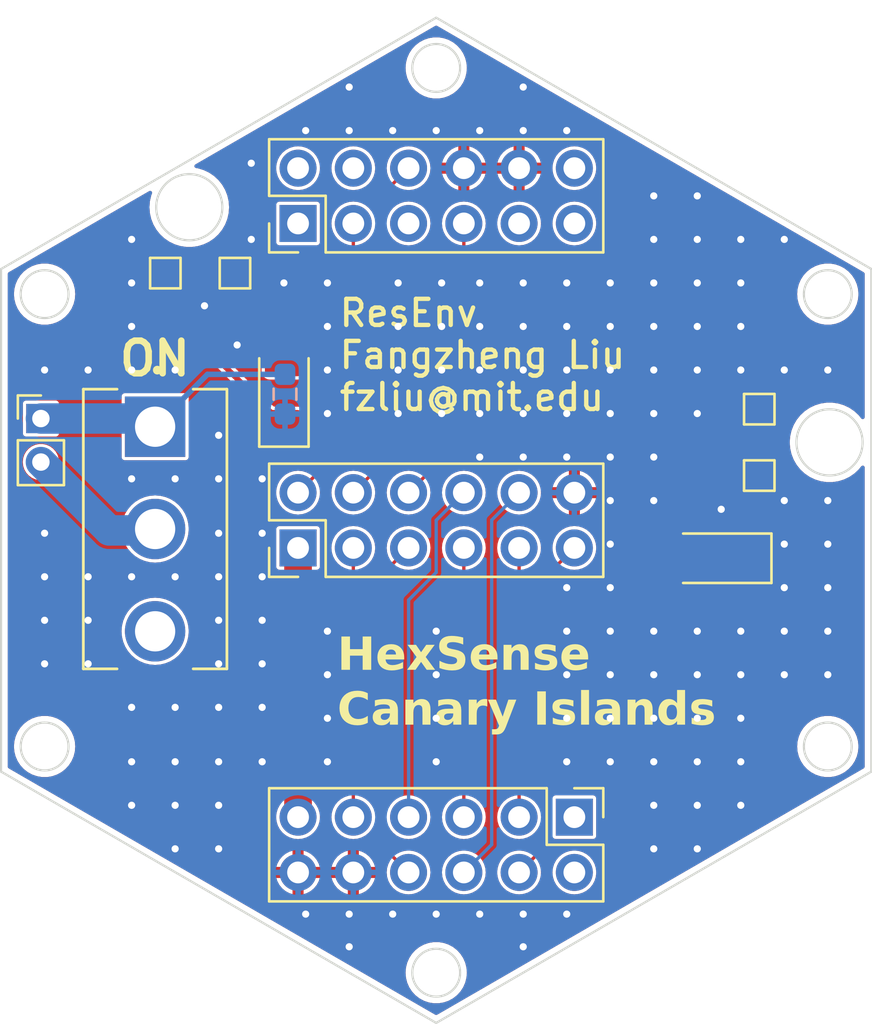
<source format=kicad_pcb>
(kicad_pcb (version 20240108) (generator "pcbnew") (generator_version "8.0")
  (layers (0 "F.Cu" signal) (31 "B.Cu" signal) (34 "B.Paste" user) (35 "F.Paste" user) (36 "B.SilkS" user "B.Silkscreen") (37 "F.SilkS" user "F.Silkscreen") (38 "B.Mask" user) (39 "F.Mask" user) (44 "Edge.Cuts" user))
  (net 0 "")
  (net 1 "GND")
  (net 2 "Net-(J10-Pin_1)")
  (net 3 "+5V")
  (net 4 "/D8")
  (net 5 "/A5")
  (net 6 "/VBAT")
  (net 7 "/RXD")
  (net 8 "/BURN_EN")
  (net 9 "/A3")
  (net 10 "/SDA")
  (net 11 "/SCL")
  (net 12 "/A2")
  (net 13 "/D12")
  (net 15 "/BAT_BR")
  (net 16 "/D10")
  (net 17 "/MOSI")
  (net 18 "/D1")
  (net 19 "/SCK")
  (net 20 "/D3")
  (net 21 "/D2")
  (net 22 "/A4")
  (net 23 "/MISO")
  (net 24 "Net-(J10-Pin_2)")
  (net 25 "Net-(D1-K)")
  (net 26 "Net-(D1-A)")
  (net 27 "Net-(D2-K)")
  (net 28 "Net-(D2-A)")
  (footprint "TestPoint:TestPoint_Pad_1.0x1.0mm" (layer "F.Cu") (at 165.01 98.048621)
    (property "Reference" "TP1" (hide yes))
    (property "Value" "TestPoint")
    (fp_line (start -0.7 -0.7) (end 0.7 -0.7) (stroke (width 0.12)) (layer "F.SilkS"))
    (fp_line (start -0.7 0.7) (end -0.7 -0.7) (stroke (width 0.12)) (layer "F.SilkS"))
    (fp_line (start 0.7 -0.7) (end 0.7 0.7) (stroke (width 0.12)) (layer "F.SilkS"))
    (fp_line (start 0.7 0.7) (end -0.7 0.7) (stroke (width 0.12)) (layer "F.SilkS"))
    (pad "1" smd rect (at 0 0) (size 1 1) (layers "F.Cu" "F.Mask") (net 25 "Net-(D1-K)"))
  )
  (footprint "LED_SMD:LED_1206_3216Metric_Pad1.42x1.75mm_HandSolder" (layer "F.Cu") (at 143.16 94.261121 90)
    (property "Reference" "D2" (hide yes))
    (property "Value" "LED")
    (fp_line (start 1.6 -1.135) (end -2.46 -1.135) (stroke (width 0.12)) (layer "F.SilkS"))
    (fp_line (start -2.46 -1.135) (end -2.46 1.135) (stroke (width 0.12)) (layer "F.SilkS"))
    (fp_line (start -2.46 1.135) (end 1.6 1.135) (stroke (width 0.12)) (layer "F.SilkS"))
    (pad "1" smd roundrect (at -1.4875 0 90) (size 1.425 1.75) (layers "F.Cu" "F.Paste" "F.Mask") (roundrect_rratio 0.1754392982) (net 27 "Net-(D2-K)"))
    (pad "2" smd roundrect (at 1.4875 0 90) (size 1.425 1.75) (layers "F.Cu" "F.Paste" "F.Mask") (roundrect_rratio 0.1754392982) (net 28 "Net-(D2-A)"))
  )
  (footprint "Connector_PinHeader_2.00mm:PinHeader_1x02_P2.00mm_Vertical" (layer "F.Cu") (at 131.99 95.428621)
    (property "Reference" "J10" (hide yes))
    (property "Value" "Switch" (hide yes))
    (fp_line (start -1.06 -1.06) (end 0 -1.06) (stroke (width 0.12)) (layer "F.SilkS"))
    (fp_line (start -1.06 0) (end -1.06 -1.06) (stroke (width 0.12)) (layer "F.SilkS"))
    (fp_line (start -1.06 1) (end -1.06 3.06) (stroke (width 0.12)) (layer "F.SilkS"))
    (fp_line (start -1.06 1) (end 1.06 1) (stroke (width 0.12)) (layer "F.SilkS"))
    (fp_line (start -1.06 3.06) (end 1.06 3.06) (stroke (width 0.12)) (layer "F.SilkS"))
    (fp_line (start 1.06 1) (end 1.06 3.06) (stroke (width 0.12)) (layer "F.SilkS"))
    (pad "1" thru_hole rect (at 0 0) (size 1.35 1.35) (drill 0.8) (layers "*.Cu" "*.Mask") (net 2 "Net-(J10-Pin_1)"))
    (pad "2" thru_hole oval (at 0 2) (size 1.35 1.35) (drill 0.8) (layers "*.Cu" "*.Mask") (net 24 "Net-(J10-Pin_2)"))
  )
  (footprint "Connector_PinHeader_2.54mm:PinHeader_2x06_P2.54mm_Vertical" (layer "F.Cu") (at 143.81 86.465599 90)
    (property "Reference" "J1" (hide yes))
    (property "Value" "Conn_02x06_Odd_Even" (hide yes))
    (fp_line (start 3.87 -1.33) (end 3.87 14.03) (stroke (width 0.12)) (layer "F.SilkS"))
    (fp_line (start 1.27 -1.33) (end 3.87 -1.33) (stroke (width 0.12)) (layer "F.SilkS"))
    (fp_line (start -1.33 -1.33) (end 0 -1.33) (stroke (width 0.12)) (layer "F.SilkS"))
    (fp_line (start -1.33 0) (end -1.33 -1.33) (stroke (width 0.12)) (layer "F.SilkS"))
    (fp_line (start 1.27 1.27) (end 1.27 -1.33) (stroke (width 0.12)) (layer "F.SilkS"))
    (fp_line (start -1.33 1.27) (end 1.27 1.27) (stroke (width 0.12)) (layer "F.SilkS"))
    (fp_line (start -1.33 1.27) (end -1.33 14.03) (stroke (width 0.12)) (layer "F.SilkS"))
    (fp_line (start -1.33 14.03) (end 3.87 14.03) (stroke (width 0.12)) (layer "F.SilkS"))
    (pad "1" thru_hole rect (at 0 0 90) (size 1.7 1.7) (drill 1) (layers "*.Cu" "*.Mask") (net 6 "/VBAT"))
    (pad "2" thru_hole oval (at 2.54 0 90) (size 1.7 1.7) (drill 1) (layers "*.Cu" "*.Mask") (net 4 "/D8"))
    (pad "3" thru_hole oval (at 0 2.54 90) (size 1.7 1.7) (drill 1) (layers "*.Cu" "*.Mask") (net 5 "/A5"))
    (pad "4" thru_hole oval (at 2.54 2.54 90) (size 1.7 1.7) (drill 1) (layers "*.Cu" "*.Mask") (net 9 "/A3"))
    (pad "5" thru_hole oval (at 0 5.08 90) (size 1.7 1.7) (drill 1) (layers "*.Cu" "*.Mask") (net 3 "+5V"))
    (pad "6" thru_hole oval (at 2.54 5.08 90) (size 1.7 1.7) (drill 1) (layers "*.Cu" "*.Mask") (net 12 "/A2"))
    (pad "7" thru_hole oval (at 0 7.62 90) (size 1.7 1.7) (drill 1) (layers "*.Cu" "*.Mask") (net 7 "/RXD"))
    (pad "8" thru_hole oval (at 2.54 7.62 90) (size 1.7 1.7) (drill 1) (layers "*.Cu" "*.Mask") (net 1 "GND"))
    (pad "9" thru_hole oval (at 0 10.16 90) (size 1.7 1.7) (drill 1) (layers "*.Cu" "*.Mask") (net 8 "/BURN_EN"))
    (pad "10" thru_hole oval (at 2.54 10.16 90) (size 1.7 1.7) (drill 1) (layers "*.Cu" "*.Mask") (net 1 "GND"))
    (pad "11" thru_hole oval (at 0 12.7 90) (size 1.7 1.7) (drill 1) (layers "*.Cu" "*.Mask") (net 10 "/SDA"))
    (pad "12" thru_hole oval (at 2.54 12.7 90) (size 1.7 1.7) (drill 1) (layers "*.Cu" "*.Mask") (net 11 "/SCL"))
  )
  (footprint "Mylib:SW_500SSP1S2M2QEA" (layer "F.Cu") (at 137.24 100.50461 -90)
    (property "Reference" "S1" (hide yes))
    (property "Value" "500SSP1S2M2QEA")
    (fp_line (start -6.425 3.3) (end -6.425 1.75) (stroke (width 0.127)) (layer "F.SilkS"))
    (fp_line (start 6.425 3.3) (end -6.425 3.3) (stroke (width 0.127)) (layer "F.SilkS"))
    (fp_line (start 6.425 1.75) (end 6.425 3.3) (stroke (width 0.127)) (layer "F.SilkS"))
    (fp_line (start -6.425 -1.75) (end -6.425 -3.3) (stroke (width 0.127)) (layer "F.SilkS"))
    (fp_line (start -6.425 -3.3) (end 6.425 -3.3) (stroke (width 0.127)) (layer "F.SilkS"))
    (fp_line (start 6.425 -3.3) (end 6.425 -1.75) (stroke (width 0.127)) (layer "F.SilkS"))
    (fp_circle (center -7.3 -0.1) (end -7.2 -0.1) (stroke (width 0.2)) (fill none) (layer "F.SilkS"))
    (pad "1" thru_hole rect (at -4.7 0 270) (size 2.775 2.775) (drill 1.85) (layers "*.Cu" "*.Mask") (net 2 "Net-(J10-Pin_1)"))
    (pad "2" thru_hole circle (at 0 0 270) (size 2.775 2.775) (drill 1.85) (layers "*.Cu" "*.Mask") (net 24 "Net-(J10-Pin_2)"))
    (pad "3" thru_hole circle (at 4.7 0 270) (size 2.775 2.775) (drill 1.85) (layers "*.Cu" "*.Mask"))
  )
  (footprint "LED_SMD:LED_1206_3216Metric_Pad1.42x1.75mm_HandSolder" (layer "F.Cu") (at 163.11 101.848621 180)
    (property "Reference" "D1" (hide yes))
    (property "Value" "LED")
    (fp_line (start 1.6 -1.135) (end -2.46 -1.135) (stroke (width 0.12)) (layer "F.SilkS"))
    (fp_line (start -2.46 1.135) (end 1.6 1.135) (stroke (width 0.12)) (layer "F.SilkS"))
    (fp_line (start -2.46 -1.135) (end -2.46 1.135) (stroke (width 0.12)) (layer "F.SilkS"))
    (pad "1" smd roundrect (at -1.4875 0 180) (size 1.425 1.75) (layers "F.Cu" "F.Paste" "F.Mask") (roundrect_rratio 0.1754392982) (net 25 "Net-(D1-K)"))
    (pad "2" smd roundrect (at 1.4875 0 180) (size 1.425 1.75) (layers "F.Cu" "F.Paste" "F.Mask") (roundrect_rratio 0.1754392982) (net 26 "Net-(D1-A)"))
  )
  (footprint "Connector_PinHeader_2.54mm:PinHeader_2x06_P2.54mm_Vertical" (layer "F.Cu") (at 156.51 113.743621 -90)
    (property "Reference" "J2" (hide yes))
    (property "Value" "Conn_02x06_Odd_Even" (hide yes))
    (fp_line (start -1.33 14.03) (end 3.87 14.03) (stroke (width 0.12)) (layer "F.SilkS"))
    (fp_line (start -1.33 1.27) (end -1.33 14.03) (stroke (width 0.12)) (layer "F.SilkS"))
    (fp_line (start -1.33 1.27) (end 1.27 1.27) (stroke (width 0.12)) (layer "F.SilkS"))
    (fp_line (start 1.27 1.27) (end 1.27 -1.33) (stroke (width 0.12)) (layer "F.SilkS"))
    (fp_line (start -1.33 0) (end -1.33 -1.33) (stroke (width 0.12)) (layer "F.SilkS"))
    (fp_line (start -1.33 -1.33) (end 0 -1.33) (stroke (width 0.12)) (layer "F.SilkS"))
    (fp_line (start 1.27 -1.33) (end 3.87 -1.33) (stroke (width 0.12)) (layer "F.SilkS"))
    (fp_line (start 3.87 -1.33) (end 3.87 14.03) (stroke (width 0.12)) (layer "F.SilkS"))
    (pad "1" thru_hole rect (at 0 0 270) (size 1.7 1.7) (drill 1) (layers "*.Cu" "*.Mask") (net 13 "/D12"))
    (pad "2" thru_hole oval (at 2.54 0 270) (size 1.7 1.7) (drill 1) (layers "*.Cu" "*.Mask") (net 16 "/D10"))
    (pad "3" thru_hole oval (at 0 2.54 270) (size 1.7 1.7) (drill 1) (layers "*.Cu" "*.Mask") (net 17 "/MOSI"))
    (pad "4" thru_hole oval (at 2.54 2.54 270) (size 1.7 1.7) (drill 1) (layers "*.Cu" "*.Mask") (net 18 "/D1"))
    (pad "5" thru_hole oval (at 0 5.08 270) (size 1.7 1.7) (drill 1) (layers "*.Cu" "*.Mask") (net 19 "/SCK"))
    (pad "6" thru_hole oval (at 2.54 5.08 270) (size 1.7 1.7) (drill 1) (layers "*.Cu" "*.Mask") (net 20 "/D3"))
    (pad "7" thru_hole oval (at 0 7.62 270) (size 1.7 1.7) (drill 1) (layers "*.Cu" "*.Mask") (net 21 "/D2"))
    (pad "8" thru_hole oval (at 2.54 7.62 270) (size 1.7 1.7) (drill 1) (layers "*.Cu" "*.Mask") (net 22 "/A4"))
    (pad "9" thru_hole oval (at 0 10.16 270) (size 1.7 1.7) (drill 1) (layers "*.Cu" "*.Mask") (net 23 "/MISO"))
    (pad "10" thru_hole oval (at 2.54 10.16 270) (size 1.7 1.7) (drill 1) (layers "*.Cu" "*.Mask") (net 1 "GND"))
    (pad "11" thru_hole oval (at 0 12.7 270) (size 1.7 1.7) (drill 1) (layers "*.Cu" "*.Mask") (net 15 "/BAT_BR"))
    (pad "12" thru_hole oval (at 2.54 12.7 270) (size 1.7 1.7) (drill 1) (layers "*.Cu" "*.Mask") (net 1 "GND"))
  )
  (footprint "TestPoint:TestPoint_Pad_1.0x1.0mm" (layer "F.Cu") (at 140.91 88.748621)
    (property "Reference" "TP4" (hide yes))
    (property "Value" "TestPoint")
    (fp_line (start -0.7 -0.7) (end 0.7 -0.7) (stroke (width 0.12)) (layer "F.SilkS"))
    (fp_line (start -0.7 0.7) (end -0.7 -0.7) (stroke (width 0.12)) (layer "F.SilkS"))
    (fp_line (start 0.7 -0.7) (end 0.7 0.7) (stroke (width 0.12)) (layer "F.SilkS"))
    (fp_line (start 0.7 0.7) (end -0.7 0.7) (stroke (width 0.12)) (layer "F.SilkS"))
    (pad "1" smd rect (at 0 0) (size 1 1) (layers "F.Cu" "F.Mask") (net 28 "Net-(D2-A)"))
  )
  (footprint "TestPoint:TestPoint_Pad_1.0x1.0mm" (layer "F.Cu") (at 137.71 88.748621)
    (property "Reference" "TP3" (hide yes))
    (property "Value" "TestPoint")
    (fp_line (start -0.7 -0.7) (end 0.7 -0.7) (stroke (width 0.12)) (layer "F.SilkS"))
    (fp_line (start -0.7 0.7) (end -0.7 -0.7) (stroke (width 0.12)) (layer "F.SilkS"))
    (fp_line (start 0.7 -0.7) (end 0.7 0.7) (stroke (width 0.12)) (layer "F.SilkS"))
    (fp_line (start 0.7 0.7) (end -0.7 0.7) (stroke (width 0.12)) (layer "F.SilkS"))
    (pad "1" smd rect (at 0 0) (size 1 1) (layers "F.Cu" "F.Mask") (net 27 "Net-(D2-K)"))
  )
  (footprint "TestPoint:TestPoint_Pad_1.0x1.0mm" (layer "F.Cu") (at 165.01 94.998621)
    (property "Reference" "TP2" (hide yes))
    (property "Value" "TestPoint")
    (fp_line (start -0.7 -0.7) (end 0.7 -0.7) (stroke (width 0.12)) (layer "F.SilkS"))
    (fp_line (start -0.7 0.7) (end -0.7 -0.7) (stroke (width 0.12)) (layer "F.SilkS"))
    (fp_line (start 0.7 -0.7) (end 0.7 0.7) (stroke (width 0.12)) (layer "F.SilkS"))
    (fp_line (start 0.7 0.7) (end -0.7 0.7) (stroke (width 0.12)) (layer "F.SilkS"))
    (pad "1" smd rect (at 0 0) (size 1 1) (layers "F.Cu" "F.Mask") (net 26 "Net-(D1-A)"))
  )
  (footprint "Connector_PinHeader_2.54mm:PinHeader_2x06_P2.54mm_Vertical" (layer "F.Cu") (at 143.81 101.373621 90)
    (property "Reference" "J3" (hide yes))
    (property "Value" "Conn_02x06_Odd_Even")
    (fp_line (start 3.87 -1.33) (end 3.87 14.03) (stroke (width 0.12)) (layer "F.SilkS"))
    (fp_line (start 1.27 -1.33) (end 3.87 -1.33) (stroke (width 0.12)) (layer "F.SilkS"))
    (fp_line (start -1.33 -1.33) (end 0 -1.33) (stroke (width 0.12)) (layer "F.SilkS"))
    (fp_line (start -1.33 0) (end -1.33 -1.33) (stroke (width 0.12)) (layer "F.SilkS"))
    (fp_line (start 1.27 1.27) (end 1.27 -1.33) (stroke (width 0.12)) (layer "F.SilkS"))
    (fp_line (start -1.33 1.27) (end 1.27 1.27) (stroke (width 0.12)) (layer "F.SilkS"))
    (fp_line (start -1.33 1.27) (end -1.33 14.03) (stroke (width 0.12)) (layer "F.SilkS"))
    (fp_line (start -1.33 14.03) (end 3.87 14.03) (stroke (width 0.12)) (layer "F.SilkS"))
    (pad "1" thru_hole rect (at 0 0 90) (size 1.7 1.7) (drill 1) (layers "*.Cu" "*.Mask") (net 15 "/BAT_BR"))
    (pad "2" thru_hole oval (at 2.54 0 90) (size 1.7 1.7) (drill 1) (layers "*.Cu" "*.Mask") (net 5 "/A5"))
    (pad "3" thru_hole oval (at 0 2.54 90) (size 1.7 1.7) (drill 1) (layers "*.Cu" "*.Mask") (net 23 "/MISO"))
    (pad "4" thru_hole oval (at 2.54 2.54 90) (size 1.7 1.7) (drill 1) (layers "*.Cu" "*.Mask") (net 12 "/A2"))
    (pad "5" thru_hole oval (at 0 5.08 90) (size 1.7 1.7) (drill 1) (layers "*.Cu" "*.Mask") (net 22 "/A4"))
    (pad "6" thru_hole oval (at 2.54 5.08 90) (size 1.7 1.7) (drill 1) (layers "*.Cu" "*.Mask") (net 7 "/RXD"))
    (pad "7" thru_hole oval (at 0 7.62 90) (size 1.7 1.7) (drill 1) (layers "*.Cu" "*.Mask") (net 19 "/SCK"))
    (pad "8" thru_hole oval (at 2.54 7.62 90) (size 1.7 1.7) (drill 1) (layers "*.Cu" "*.Mask") (net 21 "/D2"))
    (pad "9" thru_hole oval (at 0 10.16 90) (size 1.7 1.7) (drill 1) (layers "*.Cu" "*.Mask") (net 17 "/MOSI"))
    (pad "10" thru_hole oval (at 2.54 10.16 90) (size 1.7 1.7) (drill 1) (layers "*.Cu" "*.Mask") (net 20 "/D3"))
    (pad "11" thru_hole oval (at 0 12.7 90) (size 1.7 1.7) (drill 1) (layers "*.Cu" "*.Mask") (net 18 "/D1"))
    (pad "12" thru_hole oval (at 2.54 12.7 90) (size 1.7 1.7) (drill 1) (layers "*.Cu" "*.Mask") (net 1 "GND"))
  )
  (footprint "Resistor_SMD:R_0603_1608Metric_Pad0.98x0.95mm_HandSolder" (layer "B.Cu") (at 143.21 94.311121 -90)
    (property "Reference" "R1" (hide yes))
    (property "Value" "1M")
    (fp_line (start -0.254724 0.5225) (end 0.254724 0.5225) (stroke (width 0.12)) (layer "B.SilkS"))
    (fp_line (start -0.254724 -0.5225) (end 0.254724 -0.5225) (stroke (width 0.12)) (layer "B.SilkS"))
    (pad "1" smd roundrect (at -0.9125 0 270) (size 0.975 0.95) (layers "B.Cu" "B.Paste" "B.Mask") (net 2 "Net-(J10-Pin_1)"))
    (pad "2" smd roundrect (at 0.9125 0 270) (size 0.975 0.95) (layers "B.Cu" "B.Paste" "B.Mask") (net 1 "GND"))
  )
  (gr_line (start 130.16 88.557605) (end 130.16 111.651615) (stroke (width 0.1)) (layer "Edge.Cuts"))
  (gr_circle (center 168.16 110.496915) (end 169.26 110.496915) (stroke (width 0.1)) (fill none) (layer "Edge.Cuts"))
  (gr_circle (center 138.81 85.719311) (end 139.06 84.219311) (stroke (width 0.1)) (fill none) (layer "Edge.Cuts"))
  (gr_line (start 130.16 111.651615) (end 150.16 123.198621) (stroke (width 0.1)) (layer "Edge.Cuts"))
  (gr_circle (center 168.16 89.712305) (end 169.26 89.712305) (stroke (width 0.1)) (fill none) (layer "Edge.Cuts"))
  (gr_circle (center 132.16 89.712305) (end 133.26 89.712305) (stroke (width 0.1)) (fill none) (layer "Edge.Cuts"))
  (gr_line (start 150.16 77.010599) (end 130.16 88.557605) (stroke (width 0.1)) (layer "Edge.Cuts"))
  (gr_line (start 170.16 88.557605) (end 150.16 77.010599) (stroke (width 0.1)) (layer "Edge.Cuts"))
  (gr_circle (center 168.23931 96.523621) (end 168.48931 95.023621) (stroke (width 0.1)) (fill none) (layer "Edge.Cuts"))
  (gr_circle (center 150.16 79.32) (end 151.26 79.32) (stroke (width 0.1)) (fill none) (layer "Edge.Cuts"))
  (gr_circle (center 150.16 120.88922) (end 151.26 120.88922) (stroke (width 0.1)) (fill none) (layer "Edge.Cuts"))
  (gr_line (start 170.16 111.651615) (end 170.16 88.557605) (stroke (width 0.1)) (layer "Edge.Cuts"))
  (gr_line (start 150.16 123.198621) (end 170.16 111.651615) (stroke (width 0.1)) (layer "Edge.Cuts"))
  (gr_circle (center 132.16 110.496915) (end 133.26 110.496915) (stroke (width 0.1)) (fill none) (layer "Edge.Cuts"))
  (gr_text "ResEnv\nFangzheng Liu\nfzliu@mit.edu" (at 145.61 95.148621 0) (layer "F.SilkS") (effects (font (size 1.2 1.2) (thickness 0.2) (bold yes)) (justify left bottom)))
  (gr_text "ON" (at 135.46 93.548621 0) (layer "F.SilkS") (effects (font (size 1.5 1.5) (thickness 0.3) (bold yes)) (justify left bottom)))
  (gr_text "HexSense\nCanary Islands" (at 145.61 109.748621 0) (layer "F.SilkS") (effects (font (size 1.5 1.5) (thickness 0.2) (bold yes)) (justify left bottom)))
  (via (at 150.41 91.198621) (size 0.6604) (drill 0.3302) (layers "F.Cu" "B.Cu") (net 1))
  (via (at 158.16 97.198621) (size 0.6604) (drill 0.3302) (layers "F.Cu" "B.Cu") (net 1))
  (via (at 142.16 100.698621) (size 0.6604) (drill 0.3302) (layers "F.Cu" "B.Cu") (net 1))
  (via (at 152.16 118.198621) (size 0.6604) (drill 0.3302) (layers "F.Cu" "B.Cu") (net 1))
  (via (at 140.16 100.698621) (size 0.6604) (drill 0.3302) (layers "F.Cu" "B.Cu") (net 1))
  (via (at 162.16 87.198621) (size 0.6604) (drill 0.3302) (layers "F.Cu" "B.Cu") (net 1))
  (via (at 154.16 89.198621) (size 0.6604) (drill 0.3302) (layers "F.Cu" "B.Cu") (net 1))
  (via (at 156.16 95.198621) (size 0.6604) (drill 0.3302) (layers "F.Cu" "B.Cu") (net 1))
  (via (at 132.16 102.698621) (size 0.6604) (drill 0.3302) (layers "F.Cu" "B.Cu") (net 1))
  (via (at 166.16 93.198621) (size 0.6604) (drill 0.3302) (layers "F.Cu" "B.Cu") (net 1))
  (via (at 164.16 109.198621) (size 0.6604) (drill 0.3302) (layers "F.Cu" "B.Cu") (net 1))
  (via (at 160.16 89.198621) (size 0.6604) (drill 0.3302) (layers "F.Cu" "B.Cu") (net 1))
  (via (at 163.26 99.598621) (size 0.6604) (drill 0.3302) (layers "F.Cu" "B.Cu") (net 1))
  (via (at 150.16 82.198621) (size 0.6604) (drill 0.3302) (layers "F.Cu" "B.Cu") (net 1))
  (via (at 142.16 106.698621) (size 0.6604) (drill 0.3302) (layers "F.Cu" "B.Cu") (net 1))
  (via (at 150.16 105.198621) (size 0.6604) (drill 0.3302) (layers "F.Cu" "B.Cu") (net 1))
  (via (at 164.16 105.198621) (size 0.6604) (drill 0.3302) (layers "F.Cu" "B.Cu") (net 1))
  (via (at 150.41 95.198621) (size 0.6604) (drill 0.3302) (layers "F.Cu" "B.Cu") (net 1))
  (via (at 156.16 111.198621) (size 0.6604) (drill 0.3302) (layers "F.Cu" "B.Cu") (net 1))
  (via (at 152.16 89.198621) (size 0.6604) (drill 0.3302) (layers "F.Cu" "B.Cu") (net 1))
  (via (at 136.16 89.198621) (size 0.6604) (drill 0.3302) (layers "F.Cu" "B.Cu") (net 1))
  (via (at 158.16 93.198621) (size 0.6604) (drill 0.3302) (layers "F.Cu" "B.Cu") (net 1))
  (via (at 160.16 111.198621) (size 0.6604) (drill 0.3302) (layers "F.Cu" "B.Cu") (net 1))
  (via (at 156.16 97.198621) (size 0.6604) (drill 0.3302) (layers "F.Cu" "B.Cu") (net 1))
  (via (at 141.01 92.048621) (size 0.6604) (drill 0.3302) (layers "F.Cu" "B.Cu") (net 1))
  (via (at 164.16 91.198621) (size 0.6604) (drill 0.3302) (layers "F.Cu" "B.Cu") (net 1))
  (via (at 166.16 101.198621) (size 0.6604) (drill 0.3302) (layers "F.Cu" "B.Cu") (net 1))
  (via (at 140.16 111.198621) (size 0.6604) (drill 0.3302) (layers "F.Cu" "B.Cu") (net 1))
  (via (at 142.16 108.698621) (size 0.6604) (drill 0.3302) (layers "F.Cu" "B.Cu") (net 1))
  (via (at 152.16 95.198621) (size 0.6604) (drill 0.3302) (layers "F.Cu" "B.Cu") (net 1))
  (via (at 150.41 89.198621) (size 0.6604) (drill 0.3302) (layers "F.Cu" "B.Cu") (net 1))
  (via (at 160.16 91.198621) (size 0.6604) (drill 0.3302) (layers "F.Cu" "B.Cu") (net 1))
  (via (at 162.16 95.198621) (size 0.6604) (drill 0.3302) (layers "F.Cu" "B.Cu") (net 1))
  (via (at 136.16 113.198621) (size 0.6604) (drill 0.3302) (layers "F.Cu" "B.Cu") (net 1))
  (via (at 160.16 95.198621) (size 0.6604) (drill 0.3302) (layers "F.Cu" "B.Cu") (net 1))
  (via (at 158.16 111.198621) (size 0.6604) (drill 0.3302) (layers "F.Cu" "B.Cu") (net 1))
  (via (at 166.16 105.198621) (size 0.6604) (drill 0.3302) (layers "F.Cu" "B.Cu") (net 1))
  (via (at 162.16 109.198621) (size 0.6604) (drill 0.3302) (layers "F.Cu" "B.Cu") (net 1))
  (via (at 156.16 103.198621) (size 0.6604) (drill 0.3302) (layers "F.Cu" "B.Cu") (net 1))
  (via (at 154.16 80.198621) (size 0.6604) (drill 0.3302) (layers "F.Cu" "B.Cu") (net 1))
  (via (at 146.16 82.198621) (size 0.6604) (drill 0.3302) (layers "F.Cu" "B.Cu") (net 1))
  (via (at 145.16 89.198621) (size 0.6604) (drill 0.3302) (layers "F.Cu" "B.Cu") (net 1))
  (via (at 146.16 80.198621) (size 0.6604) (drill 0.3302) (layers "F.Cu" "B.Cu") (net 1))
  (via (at 145.16 91.198621) (size 0.6604) (drill 0.3302) (layers "F.Cu" "B.Cu") (net 1))
  (via (at 152.16 93.198621) (size 0.6604) (drill 0.3302) (layers "F.Cu" "B.Cu") (net 1))
  (via (at 154.16 93.198621) (size 0.6604) (drill 0.3302) (layers "F.Cu" "B.Cu") (net 1))
  (via (at 146.16 118.198621) (size 0.6604) (drill 0.3302) (layers "F.Cu" "B.Cu") (net 1))
  (via (at 156.16 82.198621) (size 0.6604) (drill 0.3302) (layers "F.Cu" "B.Cu") (net 1))
  (via (at 162.16 105.198621) (size 0.6604) (drill 0.3302) (layers "F.Cu" "B.Cu") (net 1))
  (via (at 166.16 103.198621) (size 0.6604) (drill 0.3302) (layers "F.Cu" "B.Cu") (net 1))
  (via (at 168.16 99.198621) (size 0.6604) (drill 0.3302) (layers "F.Cu" "B.Cu") (net 1))
  (via (at 136.16 87.198621) (size 0.6604) (drill 0.3302) (layers "F.Cu" "B.Cu") (net 1))
  (via (at 138.16 102.698621) (size 0.6604) (drill 0.3302) (layers "F.Cu" "B.Cu") (net 1))
  (via (at 148.41 91.198621) (size 0.6604) (drill 0.3302) (layers "F.Cu" "B.Cu") (net 1))
  (via (at 160.16 97.198621) (size 0.6604) (drill 0.3302) (layers "F.Cu" "B.Cu") (net 1))
  (via (at 138.16 111.198621) (size 0.6604) (drill 0.3302) (layers "F.Cu" "B.Cu") (net 1))
  (via (at 154.16 82.198621) (size 0.6604) (drill 0.3302) (layers "F.Cu" "B.Cu") (net 1))
  (via (at 142.16 104.698621) (size 0.6604) (drill 0.3302) (layers "F.Cu" "B.Cu") (net 1))
  (via (at 140.16 96.198621) (size 0.6604) (drill 0.3302) (layers "F.Cu" "B.Cu") (net 1))
  (via (at 162.16 111.198621) (size 0.6604) (drill 0.3302) (layers "F.Cu" "B.Cu") (net 1))
  (via (at 158.16 103.198621) (size 0.6604) (drill 0.3302) (layers "F.Cu" "B.Cu") (net 1))
  (via (at 162.16 113.198621) (size 0.6604) (drill 0.3302) (layers "F.Cu" "B.Cu") (net 1))
  (via (at 136.16 111.198621) (size 0.6604) (drill 0.3302) (layers "F.Cu" "B.Cu") (net 1))
  (via (at 148.41 93.198621) (size 0.6604) (drill 0.3302) (layers "F.Cu" "B.Cu") (net 1))
  (via (at 166.16 99.198621) (size 0.6604) (drill 0.3302) (layers "F.Cu" "B.Cu") (net 1))
  (via (at 154.16 119.698621) (size 0.6604) (drill 0.3302) (layers "F.Cu" "B.Cu") (net 1))
  (via (at 162.16 93.198621) (size 0.6604) (drill 0.3302) (layers "F.Cu" "B.Cu") (net 1))
  (via (at 132.16 93.198621) (size 0.6604) (drill 0.3302) (layers "F.Cu" "B.Cu") (net 1))
  (via (at 141.66 87.198621) (size 0.6604) (drill 0.3302) (layers "F.Cu" "B.Cu") (net 1))
  (via (at 154.16 118.198621) (size 0.6604) (drill 0.3302) (layers "F.Cu" "B.Cu") (net 1))
  (via (at 168.16 93.198621) (size 0.6604) (drill 0.3302) (layers "F.Cu" "B.Cu") (net 1))
  (via (at 164.16 111.198621) (size 0.6604) (drill 0.3302) (layers "F.Cu" "B.Cu") (net 1))
  (via (at 139.51 90.248621) (size 0.6604) (drill 0.3302) (layers "F.Cu" "B.Cu") (net 1))
  (via (at 148.16 82.198621) (size 0.6604) (drill 0.3302) (layers "F.Cu" "B.Cu") (net 1))
  (via (at 162.16 91.198621) (size 0.6604) (drill 0.3302) (layers "F.Cu" "B.Cu") (net 1))
  (via (at 160.16 85.198621) (size 0.6604) (drill 0.3302) (layers "F.Cu" "B.Cu") (net 1))
  (via (at 164.16 93.198621) (size 0.6604) (drill 0.3302) (layers "F.Cu" "B.Cu") (net 1))
  (via (at 142.16 102.698621) (size 0.6604) (drill 0.3302) (layers "F.Cu" "B.Cu") (net 1))
  (via (at 166.16 107.198621) (size 0.6604) (drill 0.3302) (layers "F.Cu" "B.Cu") (net 1))
  (via (at 143.16 89.198621) (size 0.6604) (drill 0.3302) (layers "F.Cu" "B.Cu") (net 1))
  (via (at 134.16 106.698621) (size 0.6604) (drill 0.3302) (layers "F.Cu" "B.Cu") (net 1))
  (via (at 140.16 102.698621) (size 0.6604) (drill 0.3302) (layers "F.Cu" "B.Cu") (net 1))
  (via (at 168.16 105.198621) (size 0.6604) (drill 0.3302) (layers "F.Cu" "B.Cu") (net 1))
  (via (at 158.16 99.198621) (size 0.6604) (drill 0.3302) (layers "F.Cu" "B.Cu") (net 1))
  (via (at 158.16 89.198621) (size 0.6604) (drill 0.3302) (layers "F.Cu" "B.Cu") (net 1))
  (via (at 156.16 107.198621) (size 0.6604) (drill 0.3302) (layers "F.Cu" "B.Cu") (net 1))
  (via (at 136.16 108.698621) (size 0.6604) (drill 0.3302) (layers "F.Cu" "B.Cu") (net 1))
  (via (at 145.16 93.198621) (size 0.6604) (drill 0.3302) (layers "F.Cu" "B.Cu") (net 1))
  (via (at 141.66 83.698621) (size 0.6604) (drill 0.3302) (layers "F.Cu" "B.Cu") (net 1))
  (via (at 160.16 109.198621) (size 0.6604) (drill 0.3302) (layers "F.Cu" "B.Cu") (net 1))
  (via (at 134.16 102.698621) (size 0.6604) (drill 0.3302) (layers "F.Cu" "B.Cu") (net 1))
  (via (at 152.16 97.198621) (size 0.6604) (drill 0.3302) (layers "F.Cu" "B.Cu") (net 1))
  (via (at 145.16 111.198621) (size 0.6604) (drill 0.3302) (layers "F.Cu" "B.Cu") (net 1))
  (via (at 156.16 91.198621) (size 0.6604) (drill 0.3302) (layers "F.Cu" "B.Cu") (net 1))
  (via (at 162.16 107.198621) (size 0.6604) (drill 0.3302) (layers "F.Cu" "B.Cu") (net 1))
  (via (at 166.16 87.198621) (size 0.6604) (drill 0.3302) (layers "F.Cu" "B.Cu") (net 1))
  (via (at 160.16 87.198621) (size 0.6604) (drill 0.3302) (layers "F.Cu" "B.Cu") (net 1))
  (via (at 162.16 85.198621) (size 0.6604) (drill 0.3302) (layers "F.Cu" "B.Cu") (net 1))
  (via (at 154.16 91.198621) (size 0.6604) (drill 0.3302) (layers "F.Cu" "B.Cu") (net 1))
  (via (at 136.16 91.198621) (size 0.6604) (drill 0.3302) (layers "F.Cu" "B.Cu") (net 1))
  (via (at 156.16 93.198621) (size 0.6604) (drill 0.3302) (layers "F.Cu" "B.Cu") (net 1))
  (via (at 160.16 107.198621) (size 0.6604) (drill 0.3302) (layers "F.Cu" "B.Cu") (net 1))
  (via (at 144.16 82.198621) (size 0.6604) (drill 0.3302) (layers "F.Cu" "B.Cu") (net 1))
  (via (at 138.16 93.198621) (size 0.6604) (drill 0.3302) (layers "F.Cu" "B.Cu") (net 1))
  (via (at 145.16 109.198621) (size 0.6604) (drill 0.3302) (layers "F.Cu" "B.Cu") (net 1))
  (via (at 145.16 105.198621) (size 0.6604) (drill 0.3302) (layers "F.Cu" "B.Cu") (net 1))
  (via (at 148.16 118.198621) (size 0.6604) (drill 0.3302) (layers "F.Cu" "B.Cu") (net 1))
  (via (at 156.16 118.198621) (size 0.6604) (drill 0.3302) (layers "F.Cu" "B.Cu") (net 1))
  (via (at 136.16 102.698621) (size 0.6604) (drill 0.3302) (layers "F.Cu" "B.Cu") (net 1))
  (via (at 156.16 105.198621) (size 0.6604) (drill 0.3302) (layers "F.Cu" "B.Cu") (net 1))
  (via (at 138.16 115.198621) (size 0.6604) (drill 0.3302) (layers "F.Cu" "B.Cu") (net 1))
  (via (at 140.16 104.698621) (size 0.6604) (drill 0.3302) (layers "F.Cu" "B.Cu") (net 1))
  (via (at 158.16 95.198621) (size 0.6604) (drill 0.3302) (layers "F.Cu" "B.Cu") (net 1))
  (via (at 146.16 119.698621) (size 0.6604) (drill 0.3302) (layers "F.Cu" "B.Cu") (net 1))
  (via (at 150.16 109.198621) (size 0.6604) (drill 0.3302) (layers "F.Cu" "B.Cu") (net 1))
  (via (at 136.16 93.198621) (size 0.6604) (drill 0.3302) (layers "F.Cu" "B.Cu") (net 1))
  (via (at 142.16 111.198621) (size 0.6604) (drill 0.3302) (layers "F.Cu" "B.Cu") (net 1))
  (via (at 148.41 89.198621) (size 0.6604) (drill 0.3302) (layers "F.Cu" "B.Cu") (net 1))
  (via (at 140.16 98.198621) (size 0.6604) (drill 0.3302) (layers "F.Cu" "B.Cu") (net 1))
  (via (at 158.16 107.198621) (size 0.6604) (drill 0.3302) (layers "F.Cu" "B.Cu") (net 1))
  (via (at 152.16 91.198621) (size 0.6604) (drill 0.3302) (layers "F.Cu" "B.Cu") (net 1))
  (via (at 132.16 104.698621) (size 0.6604) (drill 0.3302) (layers "F.Cu" "B.Cu") (net 1))
  (via (at 150.41 93.198621) (size 0.6604) (drill 0.3302) (layers "F.Cu" "B.Cu") (net 1))
  (via (at 136.16 98.198621) (size 0.6604) (drill 0.3302) (layers "F.Cu" "B.Cu") (net 1))
  (via (at 164.16 87.198621) (size 0.6604) (drill 0.3302) (layers "F.Cu" "B.Cu") (net 1))
  (via (at 156.16 89.198621) (size 0.6604) (drill 0.3302) (layers "F.Cu" "B.Cu") (net 1))
  (via (at 162.16 115.198621) (size 0.6604) (drill 0.3302) (layers "F.Cu" "B.Cu") (net 1))
  (via (at 150.16 107.198621) (size 0.6604) (drill 0.3302) (layers "F.Cu" "B.Cu") (net 1))
  (via (at 168.16 107.198621) (size 0.6604) (drill 0.3302) (layers "F.Cu" "B.Cu") (net 1))
  (via (at 140.16 108.698621) (size 0.6604) (drill 0.3302) (layers "F.Cu" "B.Cu") (net 1))
  (via (at 138.16 113.198621) (size 0.6604) (drill 0.3302) (layers "F.Cu" "B.Cu") (net 1))
  (via (at 158.16 105.198621) (size 0.6604) (drill 0.3302) (layers "F.Cu" "B.Cu") (net 1))
  (via (at 158.16 109.198621) (size 0.6604) (drill 0.3302) (layers "F.Cu" "B.Cu") (net 1))
  (via (at 164.16 113.198621) (size 0.6604) (drill 0.3302) (layers "F.Cu" "B.Cu") (net 1))
  (via (at 160.16 115.198621) (size 0.6604) (drill 0.3302) (layers "F.Cu" "B.Cu") (net 1))
  (via (at 152.16 82.198621) (size 0.6604) (drill 0.3302) (layers "F.Cu" "B.Cu") (net 1))
  (via (at 150.16 118.198621) (size 0.6604) (drill 0.3302) (layers "F.Cu" "B.Cu") (net 1))
  (via (at 156.16 109.198621) (size 0.6604) (drill 0.3302) (layers "F.Cu" "B.Cu") (net 1))
  (via (at 132.16 100.698621) (size 0.6604) (drill 0.3302) (layers "F.Cu" "B.Cu") (net 1))
  (via (at 134.16 104.698621) (size 0.6604) (drill 0.3302) (layers "F.Cu" "B.Cu") (net 1))
  (via (at 168.16 103.198621) (size 0.6604) (drill 0.3302) (layers "F.Cu" "B.Cu") (net 1))
  (via (at 140.16 113.198621) (size 0.6604) (drill 0.3302) (layers "F.Cu" "B.Cu") (net 1))
  (via (at 160.16 99.198621) (size 0.6604) (drill 0.3302) (layers "F.Cu" "B.Cu") (net 1))
  (via (at 148.41 95.198621) (size 0.6604) (drill 0.3302) (layers "F.Cu" "B.Cu") (net 1))
  (via (at 164.16 107.198621) (size 0.6604) (drill 0.3302) (layers "F.Cu" "B.Cu") (net 1))
  (via (at 154.16 97.198621) (size 0.6604) (drill 0.3302) (layers "F.Cu" "B.Cu") (net 1))
  (via (at 144.16 118.198621) (size 0.6604) (drill 0.3302) (layers "F.Cu" "B.Cu") (net 1))
  (via (at 145.16 95.198621) (size 0.6604) (drill 0.3302) (layers "F.Cu" "B.Cu") (net 1))
  (via (at 150.16 111.198621) (size 0.6604) (drill 0.3302) (layers "F.Cu" "B.Cu") (net 1))
  (via (at 158.16 91.198621) (size 0.6604) (drill 0.3302) (layers "F.Cu" "B.Cu") (net 1))
  (via (at 160.16 93.198621) (size 0.6604) (drill 0.3302) (layers "F.Cu" "B.Cu") (net 1))
  (via (at 164.16 89.198621) (size 0.6604) (drill 0.3302) (layers "F.Cu" "B.Cu") (net 1))
  (via (at 134.16 93.198621) (size 0.6604) (drill 0.3302) (layers "F.Cu" "B.Cu") (net 1))
  (via (at 140.16 106.698621) (size 0.6604) (drill 0.3302) (layers "F.Cu" "B.Cu") (net 1))
  (via (at 168.16 101.198621) (size 0.6604) (drill 0.3302) (layers "F.Cu" "B.Cu") (net 1))
  (via (at 145.16 107.198621) (size 0.6604) (drill 0.3302) (layers "F.Cu" "B.Cu") (net 1))
  (via (at 138.16 98.198621) (size 0.6604) (drill 0.3302) (layers "F.Cu" "B.Cu") (net 1))
  (via (at 162.16 89.198621) (size 0.6604) (drill 0.3302) (layers "F.Cu" "B.Cu") (net 1))
  (via (at 140.16 115.198621) (size 0.6604) (drill 0.3302) (layers "F.Cu" "B.Cu") (net 1))
  (via (at 154.16 95.198621) (size 0.6604) (drill 0.3302) (layers "F.Cu" "B.Cu") (net 1))
  (via (at 138.16 108.698621) (size 0.6604) (drill 0.3302) (layers "F.Cu" "B.Cu") (net 1))
  (via (at 132.16 106.698621) (size 0.6604) (drill 0.3302) (layers "F.Cu" "B.Cu") (net 1))
  (via (at 158.16 101.198621) (size 0.6604) (drill 0.3302) (layers "F.Cu" "B.Cu") (net 1))
  (via (at 160.16 105.198621) (size 0.6604) (drill 0.3302) (layers "F.Cu" "B.Cu") (net 1))
  (via (at 160.16 113.198621) (size 0.6604) (drill 0.3302) (layers "F.Cu" "B.Cu") (net 1))
  (via (at 142.16 98.198621) (size 0.6604) (drill 0.3302) (layers "F.Cu" "B.Cu") (net 1))
  (segment (start 139.645989 93.398621) (end 143.21 93.398621) (width 0.254) (layer "B.Cu") (net 2))
  (segment (start 136.8 95.428621) (end 137.24 95.868621) (width 1.397) (layer "B.Cu") (net 2))
  (segment (start 131.99 95.428621) (end 136.8 95.428621) (width 1.397) (layer "B.Cu") (net 2))
  (segment (start 137.24 95.80461) (end 139.645989 93.398621) (width 0.254) (layer "B.Cu") (net 2))
  (segment (start 143.81 98.833621) (end 146.35 96.293621) (width 0.1524) (layer "F.Cu") (net 5))
  (segment (start 146.35 96.293621) (end 146.35 86.465599) (width 0.1524) (layer "F.Cu") (net 5))
  (segment (start 151.43 96.293621) (end 151.43 86.465599) (width 0.1524) (layer "F.Cu") (net 7))
  (segment (start 148.89 98.833621) (end 151.43 96.293621) (width 0.1524) (layer "F.Cu") (net 7))
  (segment (start 148.89 83.925599) (end 147.56 85.255599) (width 0.1524) (layer "F.Cu") (net 12))
  (segment (start 147.56 85.255599) (end 147.56 97.623621) (width 0.1524) (layer "F.Cu") (net 12))
  (segment (start 147.56 97.623621) (end 146.35 98.833621) (width 0.1524) (layer "F.Cu") (net 12))
  (segment (start 143.81 101.373621) (end 143.81 113.743621) (width 1.27) (layer "F.Cu") (net 15))
  (segment (start 153.97 113.743621) (end 153.97 101.373621) (width 0.1524) (layer "F.Cu") (net 17))
  (segment (start 155.21 115.043621) (end 155.21 102.673621) (width 0.1524) (layer "F.Cu") (net 18))
  (segment (start 155.21 102.673621) (end 156.51 101.373621) (width 0.1524) (layer "F.Cu") (net 18))
  (segment (start 153.97 116.283621) (end 155.21 115.043621) (width 0.1524) (layer "F.Cu") (net 18))
  (segment (start 151.43 113.743621) (end 151.43 101.373621) (width 0.1524) (layer "F.Cu") (net 19))
  (segment (start 151.43 116.283621) (end 152.71 115.003621) (width 0.1524) (layer "B.Cu") (net 20))
  (segment (start 152.71 100.093621) (end 153.97 98.833621) (width 0.1524) (layer "B.Cu") (net 20))
  (segment (start 152.71 115.003621) (end 152.71 100.093621) (width 0.1524) (layer "B.Cu") (net 20))
  (segment (start 150.16 100.103621) (end 151.43 98.833621) (width 0.1524) (layer "B.Cu") (net 21))
  (segment (start 148.89 103.768621) (end 150.16 102.498621) (width 0.1524) (layer "B.Cu") (net 21))
  (segment (start 150.16 102.498621) (end 150.16 100.103621) (width 0.1524) (layer "B.Cu") (net 21))
  (segment (start 148.89 113.743621) (end 148.89 103.768621) (width 0.1524) (layer "B.Cu") (net 21))
  (segment (start 148.89 116.283621) (end 147.61 115.003621) (width 0.1524) (layer "F.Cu") (net 22))
  (segment (start 147.61 115.003621) (end 147.61 102.653621) (width 0.1524) (layer "F.Cu") (net 22))
  (segment (start 147.61 102.653621) (end 148.89 101.373621) (width 0.1524) (layer "F.Cu") (net 22))
  (segment (start 146.35 113.743621) (end 146.35 101.373621) (width 0.1524) (layer "F.Cu") (net 23))
  (segment (start 135.13 100.568621) (end 131.99 97.428621) (width 1.397) (layer "B.Cu") (net 24))
  (segment (start 137.24 100.568621) (end 135.13 100.568621) (width 1.397) (layer "B.Cu") (net 24))
  (segment (start 165.01 101.436121) (end 165.01 98.048621) (width 0.254) (layer "F.Cu") (net 25))
  (segment (start 164.5975 101.848621) (end 165.01 101.436121) (width 0.254) (layer "F.Cu") (net 25))
  (segment (start 161.6225 98.386121) (end 161.6225 101.848621) (width 0.254) (layer "F.Cu") (net 26))
  (segment (start 165.01 94.998621) (end 161.6225 98.386121) (width 0.254) (layer "F.Cu") (net 26))
  (segment (start 137.71 88.748621) (end 137.71 90.298621) (width 0.254) (layer "F.Cu") (net 27))
  (segment (start 137.71 90.298621) (end 143.16 95.748621) (width 0.254) (layer "F.Cu") (net 27))
  (segment (start 140.91 90.523621) (end 143.16 92.773621) (width 0.254) (layer "F.Cu") (net 28))
  (segment (start 140.91 88.748621) (end 140.91 90.523621) (width 0.254) (layer "F.Cu") (net 28))
  (zone (net 1) (net_name "GND") (layer "F.Cu") (connect_pads (clearance 0.1524)) (min_thickness 0.1778) (fill yes (thermal_gap 0.1778) (thermal_bridge_width 0.508))
    (polygon (pts (xy 170.16 123.198621) (xy 130.16 123.198621) (xy 130.16 76.198621) (xy 170.16 76.198621)))
  )
  (zone (net 1) (net_name "GND") (layer "B.Cu") (connect_pads (clearance 0.1524)) (min_thickness 0.1778) (fill yes (thermal_gap 0.1778) (thermal_bridge_width 0.254))
    (polygon (pts (xy 130.16 76.198621) (xy 170.16 76.198621) (xy 170.16 123.198621) (xy 130.16 123.198621)))
  )
)
</source>
